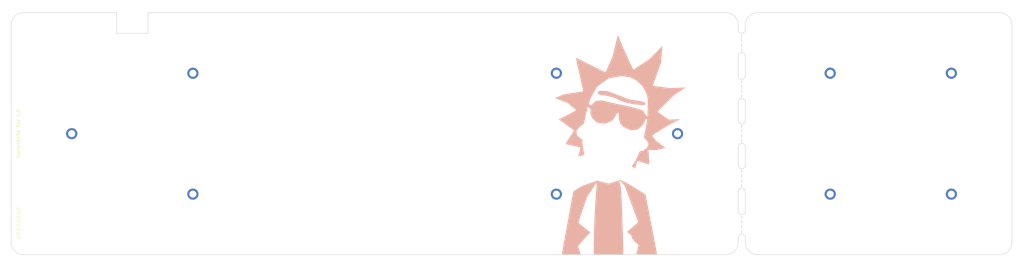
<source format=kicad_pcb>
(kicad_pcb (version 20171130) (host pcbnew "(5.1.2-1)-1")
  (layers (0 F.Cu signal) (31 B.Cu signal) (34 B.Paste user) (35 F.Paste user) (36 B.SilkS user) (37 F.SilkS user) (38 B.Mask user) (39 F.Mask user) (44 Edge.Cuts user))
  (net 0 "")
  (net 1 GND)
  (module Keeb_footprints:MX100_outline (layer F.Cu) (at 350.74 101.46)
    (fp_text reference U64)
    (fp_text value HOLE)
  )
  (module Keeb_footprints:MX100_outline (layer F.Cu) (at 331.74 101.46)
    (fp_text reference U63)
    (fp_text value HOLE)
  )
  (module Keeb_footprints:MX100_outline (layer F.Cu) (at 312.74 101.46)
    (fp_text reference U62)
    (fp_text value HOLE)
  )
  (module Keeb_footprints:MX100_outline (layer F.Cu) (at 293.74 101.46)
    (fp_text reference U61)
    (fp_text value HOLE)
  )
  (module Keeb_footprints:MX100_outline (layer F.Cu) (at 350.74 82.46)
    (fp_text reference U60)
    (fp_text value HOLE)
  )
  (module Keeb_footprints:MX100_outline (layer F.Cu) (at 331.74 82.46)
    (fp_text reference U59)
    (fp_text value HOLE)
  )
  (module Keeb_footprints:MX100_outline (layer F.Cu) (at 312.74 82.46)
    (fp_text reference U58)
    (fp_text value HOLE)
  )
  (module Keeb_footprints:MX100_outline (layer F.Cu) (at 293.74 82.46)
    (fp_text reference U57)
    (fp_text value HOLE)
  )
  (module Keeb_footprints:MX100_outline (layer F.Cu) (at 350.74 63.46)
    (fp_text reference U56)
    (fp_text value HOLE)
  )
  (module Keeb_footprints:MX100_outline (layer F.Cu) (at 331.74 63.46)
    (fp_text reference U55)
    (fp_text value HOLE)
  )
  (module Keeb_footprints:MX100_outline (layer F.Cu) (at 312.74 63.46)
    (fp_text reference U54)
    (fp_text value HOLE)
  )
  (module Keeb_footprints:MX100_outline (layer F.Cu) (at 293.74 63.46)
    (fp_text reference U53)
    (fp_text value HOLE)
  )
  (module Keeb_footprints:MX100_outline (layer F.Cu) (at 350.74 44.46)
    (fp_text reference U52)
    (fp_text value HOLE)
  )
  (module Keeb_footprints:MX100_outline (layer F.Cu) (at 331.74 44.46)
    (fp_text reference U51)
    (fp_text value HOLE)
  )
  (module Keeb_footprints:MX100_outline (layer F.Cu) (at 312.74 44.46)
    (fp_text reference U50)
    (fp_text value HOLE)
  )
  (module Keeb_footprints:MX100_outline (layer F.Cu) (at 293.74 44.46)
    (fp_text reference U49)
    (fp_text value HOLE)
  )
  (module Keeb_footprints:MX100_outline (layer F.Cu) (at 264.86 101.46)
    (fp_text reference U48)
    (fp_text value HOLE)
  )
  (module Keeb_footprints:MX100_outline (layer F.Cu) (at 245.86 101.46)
    (fp_text reference U47)
    (fp_text value HOLE)
  )
  (module Keeb_footprints:MX100_outline (layer F.Cu) (at 226.86 101.46)
    (fp_text reference U46)
    (fp_text value HOLE)
  )
  (module Keeb_footprints:MX100_outline (layer F.Cu) (at 207.86 101.46)
    (fp_text reference U45)
    (fp_text value HOLE)
  )
  (module Keeb_footprints:MX100_outline (layer F.Cu) (at 188.86 101.46)
    (fp_text reference U44)
    (fp_text value HOLE)
  )
  (module Keeb_footprints:MX100_outline (layer F.Cu) (at 169.86 101.46)
    (fp_text reference U43)
    (fp_text value HOLE)
  )
  (module Keeb_footprints:MX100_outline (layer F.Cu) (at 150.86 101.46)
    (fp_text reference U42)
    (fp_text value HOLE)
  )
  (module Keeb_footprints:MX100_outline (layer F.Cu) (at 131.86 101.46)
    (fp_text reference U41)
    (fp_text value HOLE)
  )
  (module Keeb_footprints:MX100_outline (layer F.Cu) (at 112.86 101.46)
    (fp_text reference U40)
    (fp_text value HOLE)
  )
  (module Keeb_footprints:MX100_outline (layer F.Cu) (at 93.86 101.46)
    (fp_text reference U39)
    (fp_text value HOLE)
  )
  (module Keeb_footprints:MX100_outline (layer F.Cu) (at 74.86 101.46)
    (fp_text reference U38)
    (fp_text value HOLE)
  )
  (module Keeb_footprints:MX100_outline (layer F.Cu) (at 55.86 101.46)
    (fp_text reference U37)
    (fp_text value HOLE)
  )
  (module Keeb_footprints:MX100_outline (layer F.Cu) (at 264.86 82.46)
    (fp_text reference U36)
    (fp_text value HOLE)
  )
  (module Keeb_footprints:MX100_outline (layer F.Cu) (at 245.86 82.46)
    (fp_text reference U35)
    (fp_text value HOLE)
  )
  (module Keeb_footprints:MX100_outline (layer F.Cu) (at 226.86 82.46)
    (fp_text reference U34)
    (fp_text value HOLE)
  )
  (module Keeb_footprints:MX100_outline (layer F.Cu) (at 207.86 82.46)
    (fp_text reference U33)
    (fp_text value HOLE)
  )
  (module Keeb_footprints:MX100_outline (layer F.Cu) (at 188.86 82.46)
    (fp_text reference U32)
    (fp_text value HOLE)
  )
  (module Keeb_footprints:MX100_outline (layer F.Cu) (at 169.86 82.46)
    (fp_text reference U31)
    (fp_text value HOLE)
  )
  (module Keeb_footprints:MX100_outline (layer F.Cu) (at 150.86 82.46)
    (fp_text reference U30)
    (fp_text value HOLE)
  )
  (module Keeb_footprints:MX100_outline (layer F.Cu) (at 131.86 82.46)
    (fp_text reference U29)
    (fp_text value HOLE)
  )
  (module Keeb_footprints:MX100_outline (layer F.Cu) (at 112.86 82.46)
    (fp_text reference U28)
    (fp_text value HOLE)
  )
  (module Keeb_footprints:MX100_outline (layer F.Cu) (at 93.86 82.46)
    (fp_text reference U27)
    (fp_text value HOLE)
  )
  (module Keeb_footprints:MX100_outline (layer F.Cu) (at 74.86 82.46)
    (fp_text reference U26)
    (fp_text value HOLE)
  )
  (module Keeb_footprints:MX100_outline (layer F.Cu) (at 55.86 82.46)
    (fp_text reference U25)
    (fp_text value HOLE)
  )
  (module Keeb_footprints:MX100_outline (layer F.Cu) (at 264.86 63.46)
    (fp_text reference U24)
    (fp_text value HOLE)
  )
  (module Keeb_footprints:MX100_outline (layer F.Cu) (at 245.86 63.46)
    (fp_text reference U23)
    (fp_text value HOLE)
  )
  (module Keeb_footprints:MX100_outline (layer F.Cu) (at 226.86 63.46)
    (fp_text reference U22)
    (fp_text value HOLE)
  )
  (module Keeb_footprints:MX100_outline (layer F.Cu) (at 207.86 63.46)
    (fp_text reference U21)
    (fp_text value HOLE)
  )
  (module Keeb_footprints:MX100_outline (layer F.Cu) (at 188.86 63.46)
    (fp_text reference U20)
    (fp_text value HOLE)
  )
  (module Keeb_footprints:MX100_outline (layer F.Cu) (at 169.86 63.46)
    (fp_text reference U19)
    (fp_text value HOLE)
  )
  (module Keeb_footprints:MX100_outline (layer F.Cu) (at 150.86 63.46)
    (fp_text reference U18)
    (fp_text value HOLE)
  )
  (module Keeb_footprints:MX100_outline (layer F.Cu) (at 131.86 63.46)
    (fp_text reference U17)
    (fp_text value HOLE)
  )
  (module Keeb_footprints:MX100_outline (layer F.Cu) (at 112.86 63.46)
    (fp_text reference U16)
    (fp_text value HOLE)
  )
  (module Keeb_footprints:MX100_outline (layer F.Cu) (at 93.86 63.46)
    (fp_text reference U15)
    (fp_text value HOLE)
  )
  (module Keeb_footprints:MX100_outline (layer F.Cu) (at 74.86 63.46)
    (fp_text reference U14)
    (fp_text value HOLE)
  )
  (module Keeb_footprints:MX100_outline (layer F.Cu) (at 55.86 63.46)
    (fp_text reference U13)
    (fp_text value HOLE)
  )
  (module Keeb_footprints:MX100_outline (layer F.Cu) (at 264.86 44.46)
    (fp_text reference U12)
    (fp_text value HOLE)
  )
  (module Keeb_footprints:MX100_outline (layer F.Cu) (at 245.86 44.46)
    (fp_text reference U11)
    (fp_text value HOLE)
  )
  (module Keeb_footprints:MX100_outline (layer F.Cu) (at 226.86 44.46)
    (fp_text reference U10)
    (fp_text value HOLE)
  )
  (module Keeb_footprints:MX100_outline (layer F.Cu) (at 207.86 44.46)
    (fp_text reference U9)
    (fp_text value HOLE)
  )
  (module Keeb_footprints:MX100_outline (layer F.Cu) (at 188.86 44.46)
    (fp_text reference U8)
    (fp_text value HOLE)
  )
  (module Keeb_footprints:MX100_outline (layer F.Cu) (at 169.86 44.46)
    (fp_text reference U7)
    (fp_text value HOLE)
  )
  (module Keeb_footprints:MX100_outline (layer F.Cu) (at 150.86 44.46)
    (fp_text reference U6)
    (fp_text value HOLE)
  )
  (module Keeb_footprints:MX100_outline (layer F.Cu) (at 131.86 44.46)
    (fp_text reference U5)
    (fp_text value HOLE)
  )
  (module Keeb_footprints:MX100_outline (layer F.Cu) (at 112.86 44.46)
    (fp_text reference U4)
    (fp_text value HOLE)
  )
  (module Keeb_footprints:MX100_outline (layer F.Cu) (at 93.86 44.46)
    (fp_text reference U3)
    (fp_text value HOLE)
  )
  (module Keeb_footprints:MX100_outline (layer F.Cu) (at 74.86 44.46)
    (fp_text reference U2)
    (fp_text value HOLE)
  )
  (module Keeb_footprints:MX100_outline (layer F.Cu) (at 55.86 44.46)
    (fp_text reference U1)
    (fp_text value HOLE)
  )
  (module random-keyboard-parts:Generic-Mounthole (layer F.Cu) (at 341.24 53.96)
    (fp_text reference H10)
    (fp_text value MountingHole)
    (pad 1 thru_hole circle (at 0 0) (size 3.5 3.5) (drill 2.2) (layers *.Cu *.Mask))
  )
  (module random-keyboard-parts:Generic-Mounthole (layer F.Cu) (at 341.24 91.96)
    (fp_text reference H9)
    (fp_text value MountingHole)
    (pad 1 thru_hole circle (at 0 0) (size 3.5 3.5) (drill 2.2) (layers *.Cu *.Mask))
  )
  (module random-keyboard-parts:Generic-Mounthole (layer F.Cu) (at 303.24 91.96)
    (fp_text reference H8)
    (fp_text value MountingHole)
    (pad 1 thru_hole circle (at 0 0) (size 3.5 3.5) (drill 2.2) (layers *.Cu *.Mask))
  )
  (module random-keyboard-parts:Generic-Mounthole (layer F.Cu) (at 303.24 53.96)
    (fp_text reference H7)
    (fp_text value MountingHole)
    (pad 1 thru_hole circle (at 0 0) (size 3.5 3.5) (drill 2.2) (layers *.Cu *.Mask))
  )
  (module acheron_Hardware:MouseBite_IPC7351 (layer F.Cu) (at 274.36 44.46 90)
    (fp_text reference U70)
    (fp_text value HOLE)
    (pad "" np_thru_hole circle (at -2.5 0 90) (size 0.8 0.8) (drill 0.8) (layers *.Cu *.Mask))
    (pad "" np_thru_hole circle (at -1.25 0 90) (size 0.8 0.8) (drill 0.8) (layers *.Cu *.Mask))
    (pad "" np_thru_hole circle (at 2.5 0 90) (size 0.8 0.8) (drill 0.8) (layers *.Cu *.Mask))
    (pad "" np_thru_hole circle (at 1.25 0 90) (size 0.8 0.8) (drill 0.8) (layers *.Cu *.Mask))
    (pad "" np_thru_hole circle (at 0 0 90) (size 0.8 0.8) (drill 0.8) (layers *.Cu *.Mask))
  )
  (module acheron_Hardware:MouseBite_IPC7351 (layer F.Cu) (at 274.36 58.9 90)
    (fp_text reference U69)
    (fp_text value HOLE)
    (pad "" np_thru_hole circle (at -2.5 0 90) (size 0.8 0.8) (drill 0.8) (layers *.Cu *.Mask))
    (pad "" np_thru_hole circle (at -1.25 0 90) (size 0.8 0.8) (drill 0.8) (layers *.Cu *.Mask))
    (pad "" np_thru_hole circle (at 2.5 0 90) (size 0.8 0.8) (drill 0.8) (layers *.Cu *.Mask))
    (pad "" np_thru_hole circle (at 1.25 0 90) (size 0.8 0.8) (drill 0.8) (layers *.Cu *.Mask))
    (pad "" np_thru_hole circle (at 0 0 90) (size 0.8 0.8) (drill 0.8) (layers *.Cu *.Mask))
  )
  (module acheron_Hardware:MouseBite_IPC7351 (layer F.Cu) (at 274.36 72.96 90)
    (fp_text reference U68)
    (fp_text value HOLE)
    (pad "" np_thru_hole circle (at -2.5 0 90) (size 0.8 0.8) (drill 0.8) (layers *.Cu *.Mask))
    (pad "" np_thru_hole circle (at -1.25 0 90) (size 0.8 0.8) (drill 0.8) (layers *.Cu *.Mask))
    (pad "" np_thru_hole circle (at 2.5 0 90) (size 0.8 0.8) (drill 0.8) (layers *.Cu *.Mask))
    (pad "" np_thru_hole circle (at 1.25 0 90) (size 0.8 0.8) (drill 0.8) (layers *.Cu *.Mask))
    (pad "" np_thru_hole circle (at 0 0 90) (size 0.8 0.8) (drill 0.8) (layers *.Cu *.Mask))
  )
  (module acheron_Hardware:MouseBite_IPC7351 (layer F.Cu) (at 274.36 87.02 90)
    (fp_text reference U67)
    (fp_text value HOLE)
    (pad "" np_thru_hole circle (at -2.5 0 90) (size 0.8 0.8) (drill 0.8) (layers *.Cu *.Mask))
    (pad "" np_thru_hole circle (at -1.25 0 90) (size 0.8 0.8) (drill 0.8) (layers *.Cu *.Mask))
    (pad "" np_thru_hole circle (at 2.5 0 90) (size 0.8 0.8) (drill 0.8) (layers *.Cu *.Mask))
    (pad "" np_thru_hole circle (at 1.25 0 90) (size 0.8 0.8) (drill 0.8) (layers *.Cu *.Mask))
    (pad "" np_thru_hole circle (at 0 0 90) (size 0.8 0.8) (drill 0.8) (layers *.Cu *.Mask))
  )
  (module acheron_Hardware:MouseBite_IPC7351 (layer F.Cu) (at 274.36 101.46 90)
    (fp_text reference U66)
    (fp_text value HOLE)
    (pad "" np_thru_hole circle (at -2.5 0 90) (size 0.8 0.8) (drill 0.8) (layers *.Cu *.Mask))
    (pad "" np_thru_hole circle (at -1.25 0 90) (size 0.8 0.8) (drill 0.8) (layers *.Cu *.Mask))
    (pad "" np_thru_hole circle (at 2.5 0 90) (size 0.8 0.8) (drill 0.8) (layers *.Cu *.Mask))
    (pad "" np_thru_hole circle (at 1.25 0 90) (size 0.8 0.8) (drill 0.8) (layers *.Cu *.Mask))
    (pad "" np_thru_hole circle (at 0 0 90) (size 0.8 0.8) (drill 0.8) (layers *.Cu *.Mask))
  )
  (module Artwork:rick_large (layer B.Cu) (at 237.60625 76.596875 180)
    (fp_text reference U65 hide)
    (fp_text value HOLE hide)
    (fp_poly (pts (xy 7.015348 16.828876) (xy 7.293472 16.555918) (xy 7.179463 16.265675) (xy 7.129511 16.145662) (xy 7.07489 16.054858) (xy 6.997239 15.986717) (xy 6.878202 15.934695) (xy 6.699419 15.892244) (xy 6.442533 15.852821) (xy 6.089185 15.809878) (xy 5.813351 15.778586) (xy 5.115897 15.680371) (xy 4.388311 15.542399) (xy 3.655785 15.371742) (xy 2.943513 15.175471) (xy 2.276688 14.960658) (xy 1.680501 14.734375) (xy 1.180146 14.503692) (xy 1.0795 14.449778) (xy 0.402342 14.116625) (xy -0.39138 13.800847) (xy -1.292025 13.50565) (xy -2.289948 13.234239) (xy -3.20675 13.024787) (xy -3.5783 12.952725) (xy -3.968008 12.89035) (xy -4.394824 12.835683) (xy -4.877699 12.786744) (xy -5.435581 12.741555) (xy -6.087421 12.698138) (xy -6.643891 12.665849) (xy -7.350532 12.626799) (xy -7.576549 12.825244) (xy -7.802566 13.02369) (xy -7.670251 13.247946) (xy -7.608846 13.346706) (xy -7.544687 13.422574) (xy -7.457186 13.485047) (xy -7.325758 13.543623) (xy -7.129814 13.607798) (xy -6.848768 13.687069) (xy -6.536107 13.771137) (xy -6.058887 13.881287) (xy -5.498397 13.977611) (xy -4.836374 14.063075) (xy -4.550905 14.093677) (xy -4.070542 14.145372) (xy -3.684674 14.194513) (xy -3.361081 14.247023) (xy -3.06754 14.308823) (xy -2.77183 14.385833) (xy -2.463338 14.477309) (xy -2.089201 14.599415) (xy -1.694645 14.739606) (xy -1.32836 14.879975) (xy -1.055683 14.995019) (xy -0.864897 15.076463) (xy -0.571936 15.194925) (xy -0.193899 15.343793) (xy 0.252119 15.516454) (xy 0.74902 15.706296) (xy 1.279707 15.906708) (xy 1.827084 16.111078) (xy 1.901192 16.13856) (xy 4.278634 17.019493) (xy 5.507929 17.060663) (xy 6.737225 17.101833) (xy 7.015348 16.828876)) (layer B.SilkS) (width 0.01))
    (fp_poly (pts (xy 1.043847 34.277804) (xy 1.0795 34.255908) (xy 1.094033 34.189366) (xy 1.135755 34.011175) (xy 1.201843 33.733091) (xy 1.289476 33.366867) (xy 1.395834 32.924258) (xy 1.518096 32.41702) (xy 1.653441 31.856908) (xy 1.799048 31.255675) (xy 1.840353 31.085353) (xy 2.601207 27.948892) (xy 3.697728 25.436492) (xy 3.964582 24.829531) (xy 4.20467 24.292426) (xy 4.414362 23.832892) (xy 4.590029 23.458647) (xy 4.728041 23.177407) (xy 4.824767 22.996886) (xy 4.876578 22.924801) (xy 4.879835 22.923797) (xy 4.948542 22.951763) (xy 5.121889 23.032908) (xy 5.391253 23.162954) (xy 5.748013 23.337627) (xy 6.183546 23.552651) (xy 6.68923 23.803751) (xy 7.256444 24.086652) (xy 7.876565 24.397079) (xy 8.540971 24.730756) (xy 9.24104 25.083407) (xy 9.565687 25.247293) (xy 10.404904 25.670873) (xy 11.137824 26.039939) (xy 11.771256 26.357736) (xy 12.31201 26.627506) (xy 12.766895 26.852494) (xy 13.142721 27.035945) (xy 13.446296 27.181101) (xy 13.68443 27.291208) (xy 13.863932 27.369508) (xy 13.991611 27.419247) (xy 14.074277 27.443668) (xy 14.11874 27.446015) (xy 14.131807 27.429532) (xy 14.130811 27.422168) (xy 14.084473 27.22151) (xy 14.016591 26.921487) (xy 13.929576 26.5331) (xy 13.825838 26.067352) (xy 13.707789 25.535245) (xy 13.57784 24.947781) (xy 13.438403 24.315962) (xy 13.291889 23.65079) (xy 13.140709 22.963268) (xy 12.987275 22.264397) (xy 12.833997 21.565179) (xy 12.683286 20.876617) (xy 12.537555 20.209712) (xy 12.399215 19.575467) (xy 12.270675 18.984884) (xy 12.154349 18.448965) (xy 12.052647 17.978712) (xy 11.96798 17.585127) (xy 11.90276 17.279213) (xy 11.859398 17.071971) (xy 11.840305 16.974403) (xy 11.839676 16.968158) (xy 11.904334 16.954459) (xy 12.082374 16.922627) (xy 12.361782 16.874669) (xy 12.730547 16.812592) (xy 13.176657 16.738402) (xy 13.6881 16.654105) (xy 14.252863 16.561709) (xy 14.858935 16.46322) (xy 14.972681 16.444806) (xy 18.08603 15.941111) (xy 19.361765 15.385532) (xy 19.73342 15.22223) (xy 20.062424 15.0749) (xy 20.332077 14.951249) (xy 20.525682 14.858983) (xy 20.626538 14.805811) (xy 20.637233 14.796851) (xy 20.580025 14.767276) (xy 20.417745 14.698516) (xy 20.164209 14.596044) (xy 19.833236 14.465334) (xy 19.438643 14.311857) (xy 18.994247 14.141086) (xy 18.664157 14.015408) (xy 16.691348 13.267065) (xy 15.394174 12.152486) (xy 15.051392 11.856408) (xy 14.742588 11.586711) (xy 14.480255 11.354547) (xy 14.276886 11.171068) (xy 14.144976 11.047427) (xy 14.097017 10.994775) (xy 14.097 10.994537) (xy 14.151089 10.954749) (xy 14.304039 10.864105) (xy 14.541873 10.730026) (xy 14.850614 10.559936) (xy 15.216284 10.361259) (xy 15.624907 10.141417) (xy 16.062507 9.907835) (xy 16.515105 9.667934) (xy 16.968725 9.42914) (xy 17.409389 9.198874) (xy 17.823122 8.98456) (xy 18.195946 8.793622) (xy 18.513883 8.633483) (xy 18.762958 8.511566) (xy 18.843625 8.473566) (xy 19.102753 8.349682) (xy 19.312942 8.241658) (xy 19.451024 8.161913) (xy 19.4945 8.124726) (xy 19.444414 8.079262) (xy 19.300974 7.967816) (xy 19.074406 7.797893) (xy 18.774934 7.576996) (xy 18.412785 7.312632) (xy 17.998183 7.012303) (xy 17.541354 6.683515) (xy 17.11325 6.37711) (xy 16.627564 6.028925) (xy 16.175176 5.701811) (xy 15.766323 5.403373) (xy 15.411242 5.141216) (xy 15.120169 4.922942) (xy 14.90334 4.756156) (xy 14.770994 4.648461) (xy 14.73254 4.608679) (xy 14.766464 4.542089) (xy 14.862956 4.381471) (xy 15.014467 4.138684) (xy 15.213448 3.825591) (xy 15.452348 3.45405) (xy 15.72362 3.035924) (xy 16.019712 2.583072) (xy 16.089709 2.4765) (xy 16.389238 2.019537) (xy 16.664847 1.596538) (xy 16.909148 1.219031) (xy 17.114756 0.898546) (xy 17.274283 0.64661) (xy 17.380343 0.474752) (xy 17.42555 0.394499) (xy 17.426509 0.390132) (xy 17.36222 0.371669) (xy 17.187559 0.328801) (xy 16.916129 0.26468) (xy 16.561533 0.182456) (xy 16.137374 0.08528) (xy 15.657254 -0.023698) (xy 15.134776 -0.141327) (xy 15.047322 -0.160927) (xy 14.51916 -0.279662) (xy 14.031053 -0.390238) (xy 13.596622 -0.489504) (xy 13.229488 -0.574313) (xy 12.943273 -0.641512) (xy 12.751598 -0.687953) (xy 12.668085 -0.710486) (xy 12.665666 -0.711666) (xy 12.675013 -0.776648) (xy 12.713448 -0.946579) (xy 12.776604 -1.203895) (xy 12.860116 -1.53103) (xy 12.959619 -1.910419) (xy 13.0175 -2.12725) (xy 13.12408 -2.526615) (xy 13.217756 -2.882344) (xy 13.294045 -3.177027) (xy 13.348467 -3.393256) (xy 13.376542 -3.513621) (xy 13.379191 -3.532612) (xy 13.316115 -3.52381) (xy 13.155508 -3.490317) (xy 12.923043 -3.438248) (xy 12.644397 -3.373721) (xy 12.345244 -3.302853) (xy 12.051258 -3.231761) (xy 11.788115 -3.166562) (xy 11.581489 -3.113373) (xy 11.457054 -3.078311) (xy 11.432868 -3.068898) (xy 11.433661 -2.998799) (xy 11.473604 -2.861035) (xy 11.481705 -2.839201) (xy 11.514058 -2.719856) (xy 11.562717 -2.495513) (xy 11.623738 -2.186548) (xy 11.693176 -1.813339) (xy 11.767087 -1.396261) (xy 11.812212 -1.131816) (xy 11.907124 -0.546808) (xy 11.977248 -0.063396) (xy 12.025153 0.340843) (xy 12.053406 0.688332) (xy 12.064575 1.001494) (xy 12.065 1.075627) (xy 12.065 1.779638) (xy 12.92225 2.415304) (xy 13.205406 2.626354) (xy 13.449123 2.810074) (xy 13.636681 2.953695) (xy 13.751364 3.044445) (xy 13.7795 3.070182) (xy 13.787777 3.136952) (xy 13.810191 3.302904) (xy 13.843115 3.54147) (xy 13.874962 3.76945) (xy 13.970425 4.449506) (xy 13.39345 5.178207) (xy 13.148671 5.481797) (xy 12.952481 5.707406) (xy 12.77877 5.879761) (xy 12.601427 6.02359) (xy 12.394342 6.163621) (xy 12.2739 6.238466) (xy 12.036764 6.392494) (xy 11.84008 6.537214) (xy 11.71066 6.651998) (xy 11.676356 6.698137) (xy 11.646581 6.795509) (xy 11.593703 6.997106) (xy 11.522568 7.283264) (xy 11.438022 7.634323) (xy 11.344913 8.03062) (xy 11.300414 8.22325) (xy 11.157711 8.839369) (xy 11.017343 9.436048) (xy 10.882451 10.00064) (xy 10.756175 10.520496) (xy 10.641656 10.982967) (xy 10.542034 11.375404) (xy 10.46045 11.68516) (xy 10.400046 11.899586) (xy 10.363961 12.006033) (xy 10.359072 12.01433) (xy 10.297158 11.995208) (xy 10.166571 11.905976) (xy 9.991056 11.763631) (xy 9.912524 11.694673) (xy 9.506557 11.330437) (xy 9.564592 10.647347) (xy 9.622626 9.964256) (xy 9.245405 9.139933) (xy 8.868184 8.315609) (xy 7.52475 7.068099) (xy 6.235506 6.91245) (xy 4.946263 6.756801) (xy 3.871563 7.204276) (xy 2.796864 7.65175) (xy 2.262021 8.347042) (xy 1.930262 8.804865) (xy 1.684225 9.207401) (xy 1.519413 9.553542) (xy 1.424145 9.785876) (xy 1.347597 9.968682) (xy 1.301717 10.07359) (xy 1.294577 10.087456) (xy 1.229128 10.085779) (xy 1.079195 10.057183) (xy 0.95037 10.026318) (xy 0.623234 9.942476) (xy 0.671018 9.305113) (xy 0.693029 9.015314) (xy 0.705865 8.800566) (xy 0.705726 8.629226) (xy 0.688807 8.46965) (xy 0.651308 8.290195) (xy 0.589426 8.059219) (xy 0.499359 7.745078) (xy 0.472216 7.650616) (xy 0.235819 6.82625) (xy -0.260109 6.283627) (xy -0.756036 5.741004) (xy -1.886143 5.230568) (xy -3.01625 4.720131) (xy -4.03225 4.791852) (xy -5.04825 4.863572) (xy -5.715 5.322535) (xy -6.022632 5.540826) (xy -6.257738 5.72882) (xy -6.456679 5.921402) (xy -6.655818 6.153452) (xy -6.868318 6.428937) (xy -7.100643 6.748854) (xy -7.270602 7.014456) (xy -7.400501 7.266087) (xy -7.512646 7.544087) (xy -7.560889 7.681563) (xy -7.649176 7.938078) (xy -7.722395 8.145496) (xy -7.771015 8.277114) (xy -7.785073 8.309586) (xy -7.847792 8.299378) (xy -7.984956 8.247049) (xy -8.058472 8.214336) (xy -8.232001 8.110416) (xy -8.290804 8.015203) (xy -8.288851 8.001) (xy -8.253995 7.85174) (xy -8.199591 7.599648) (xy -8.130045 7.266615) (xy -8.049761 6.87453) (xy -7.963146 6.445283) (xy -7.874604 6.000764) (xy -7.788542 5.562861) (xy -7.709365 5.153465) (xy -7.641478 4.794465) (xy -7.618991 4.672714) (xy -7.542682 4.260981) (xy -7.46282 3.838678) (xy -7.386828 3.444504) (xy -7.322129 3.11716) (xy -7.296194 2.989964) (xy -7.170048 2.38125) (xy -7.704762 1.87325) (xy -7.950267 1.633709) (xy -8.123439 1.443646) (xy -8.248522 1.270067) (xy -8.349763 1.079982) (xy -8.4365 0.877525) (xy -8.633523 0.3898) (xy -8.421064 -0.201975) (xy -8.208604 -0.79375) (xy -7.540952 -1.281431) (xy -7.262594 -1.482573) (xy -7.056355 -1.621695) (xy -6.892701 -1.712911) (xy -6.742099 -1.770332) (xy -6.575014 -1.80807) (xy -6.375391 -1.838366) (xy -6.136266 -1.876465) (xy -5.948778 -1.915377) (xy -5.846218 -1.947943) (xy -5.838011 -1.953934) (xy -5.801474 -2.029213) (xy -5.732636 -2.197848) (xy -5.6419 -2.433588) (xy -5.555375 -2.667) (xy -5.341305 -3.207685) (xy -5.083407 -3.784335) (xy -4.796979 -4.367531) (xy -4.497321 -4.927853) (xy -4.199731 -5.435884) (xy -3.919511 -5.862204) (xy -3.830237 -5.984203) (xy -3.650913 -6.224304) (xy -3.506009 -6.424681) (xy -3.409411 -6.565655) (xy -3.375007 -6.627548) (xy -3.375494 -6.628611) (xy -3.435222 -6.666684) (xy -3.578191 -6.75673) (xy -3.779969 -6.88338) (xy -3.919956 -6.971082) (xy -4.442661 -7.298345) (xy -4.548283 -6.935297) (xy -4.606811 -6.732804) (xy -4.689346 -6.445518) (xy -4.785172 -6.110809) (xy -4.883575 -5.766045) (xy -4.889073 -5.74675) (xy -5.001585 -5.374573) (xy -5.097339 -5.10486) (xy -5.173246 -4.945581) (xy -5.21575 -4.903293) (xy -5.297188 -4.918443) (xy -5.482879 -4.970036) (xy -5.757009 -5.053132) (xy -6.103762 -5.162795) (xy -6.507323 -5.294086) (xy -6.951876 -5.442068) (xy -7.082117 -5.486015) (xy -7.53118 -5.63718) (xy -7.939732 -5.773144) (xy -8.29276 -5.889036) (xy -8.575253 -5.979985) (xy -8.772199 -6.041121) (xy -8.868585 -6.067571) (xy -8.875686 -6.067981) (xy -8.876949 -6.002742) (xy -8.871714 -5.828561) (xy -8.86091 -5.563278) (xy -8.845463 -5.224733) (xy -8.826302 -4.830767) (xy -8.804353 -4.39922) (xy -8.780545 -3.947932) (xy -8.755806 -3.494745) (xy -8.731062 -3.057497) (xy -8.707241 -2.65403) (xy -8.685272 -2.302184) (xy -8.666081 -2.019799) (xy -8.663066 -1.978698) (xy -8.623654 -1.449146) (xy -11.01725 -1.536832) (xy -12.446 -1.205074) (xy -12.855495 -1.108529) (xy -13.223657 -1.018947) (xy -13.532384 -0.940962) (xy -13.763571 -0.879204) (xy -13.899113 -0.838308) (xy -13.926466 -0.826267) (xy -13.893377 -0.776701) (xy -13.771104 -0.665579) (xy -13.57416 -0.504668) (xy -13.317056 -0.305737) (xy -13.014303 -0.080554) (xy -12.942216 -0.028082) (xy -12.443207 0.33397) (xy -12.034425 0.63237) (xy -11.703356 0.878123) (xy -11.437489 1.082233) (xy -11.22431 1.255704) (xy -11.051306 1.409541) (xy -10.905964 1.554749) (xy -10.775771 1.702331) (xy -10.648215 1.863292) (xy -10.510782 2.048637) (xy -10.387906 2.21828) (xy -10.19478 2.491056) (xy -10.033704 2.729327) (xy -9.917241 2.91364) (xy -9.857955 3.024544) (xy -9.853419 3.045788) (xy -9.909641 3.090996) (xy -10.062467 3.197144) (xy -10.301206 3.357221) (xy -10.615168 3.564215) (xy -10.993664 3.811115) (xy -11.426004 4.09091) (xy -11.901499 4.396589) (xy -12.35075 4.68373) (xy -13.011675 5.103308) (xy -13.586506 5.463835) (xy -14.094809 5.776727) (xy -14.556147 6.053398) (xy -14.990087 6.305265) (xy -15.416192 6.543742) (xy -15.854026 6.780244) (xy -16.323155 7.026188) (xy -16.680433 7.209973) (xy -17.124505 7.437973) (xy -17.529136 7.647524) (xy -17.881274 7.831725) (xy -18.167868 7.983675) (xy -18.375867 8.096474) (xy -18.492221 8.163221) (xy -18.512497 8.178671) (xy -18.44605 8.181785) (xy -18.269307 8.179891) (xy -17.998851 8.173449) (xy -17.651268 8.162916) (xy -17.243143 8.148749) (xy -16.791061 8.131405) (xy -16.77235 8.130654) (xy -15.053322 8.061518) (xy -13.273411 9.280955) (xy -12.85295 9.57017) (xy -12.4679 9.837243) (xy -12.130337 10.073629) (xy -11.852334 10.270777) (xy -11.645966 10.420142) (xy -11.523308 10.513174) (xy -11.4935 10.540992) (xy -11.537321 10.591947) (xy -11.663425 10.724084) (xy -11.863776 10.929301) (xy -12.130337 11.1995) (xy -12.455072 11.52658) (xy -12.829943 11.90244) (xy -13.246915 12.31898) (xy -13.69795 12.7681) (xy -14.049436 13.117172) (xy -15.389184 14.44625) (xy -8.462472 14.44625) (xy -8.409172 12.41425) (xy -8.396019 11.882054) (xy -8.384569 11.358604) (xy -8.375199 10.866051) (xy -8.368282 10.42655) (xy -8.364194 10.062251) (xy -8.363308 9.795308) (xy -8.363795 9.731375) (xy -8.36478 9.461235) (xy -8.361184 9.245856) (xy -8.353717 9.111784) (xy -8.346342 9.0805) (xy -8.283862 9.112027) (xy -8.146238 9.194194) (xy -7.985336 9.295201) (xy -7.838048 9.394776) (xy -7.726518 9.491851) (xy -7.632006 9.612905) (xy -7.535771 9.784415) (xy -7.419076 10.032861) (xy -7.344058 10.201315) (xy -7.038411 10.892728) (xy -6.170331 11.19068) (xy -5.567917 11.384278) (xy -4.847824 11.592444) (xy -4.018279 11.81313) (xy -3.08751 12.044288) (xy -2.063747 12.283869) (xy -0.955216 12.529824) (xy 0.132727 12.760034) (xy 0.765059 12.892789) (xy 1.438443 13.037427) (xy 2.123748 13.187471) (xy 2.791843 13.336444) (xy 3.413596 13.47787) (xy 3.959876 13.605272) (xy 4.275042 13.680998) (xy 4.733561 13.790778) (xy 5.1626 13.889342) (xy 5.543493 13.972729) (xy 5.857575 14.036975) (xy 6.086182 14.078118) (xy 6.210648 14.092195) (xy 6.211792 14.092176) (xy 6.362593 14.080036) (xy 6.606247 14.050356) (xy 6.910504 14.007445) (xy 7.243109 13.955609) (xy 7.28153 13.949301) (xy 8.11781 13.81125) (xy 8.607033 13.255625) (xy 8.807951 13.036332) (xy 8.986384 12.857853) (xy 9.122086 12.739414) (xy 9.192181 12.7) (xy 9.327229 12.71174) (xy 9.518207 12.741795) (xy 9.727809 12.78242) (xy 9.918732 12.825869) (xy 10.053671 12.864397) (xy 10.0965 12.887765) (xy 10.077293 12.95792) (xy 10.024083 13.127895) (xy 9.943484 13.377182) (xy 9.84211 13.68527) (xy 9.753317 13.951872) (xy 9.642338 14.276378) (xy 9.538482 14.559355) (xy 9.431242 14.823) (xy 9.31011 15.08951) (xy 9.164577 15.381081) (xy 8.984135 15.71991) (xy 8.758277 16.128195) (xy 8.536861 16.521458) (xy 8.303518 16.932739) (xy 8.085121 17.315111) (xy 7.891014 17.652414) (xy 7.73054 17.92849) (xy 7.613043 18.127181) (xy 7.547868 18.232328) (xy 7.545767 18.235393) (xy 7.467691 18.311684) (xy 7.298971 18.451944) (xy 7.052351 18.646392) (xy 6.740576 18.885241) (xy 6.37639 19.158708) (xy 5.972538 19.457009) (xy 5.620793 19.713231) (xy 3.813639 21.021425) (xy -0.251457 21.784251) (xy -1.665604 21.53289) (xy -3.07975 21.28153) (xy -3.974204 20.81664) (xy -4.512647 20.515605) (xy -4.994366 20.196384) (xy -5.445687 19.837329) (xy -5.892935 19.416796) (xy -6.362438 18.913138) (xy -6.547609 18.70075) (xy -7.06036 18.039439) (xy -7.483584 17.346408) (xy -7.830576 16.595547) (xy -8.114631 15.760749) (xy -8.196863 15.46225) (xy -8.462472 14.44625) (xy -15.389184 14.44625) (xy -16.605371 15.65275) (xy -18.431735 16.884909) (xy -18.857538 17.173328) (xy -19.246742 17.439177) (xy -19.587558 17.674229) (xy -19.868194 17.870258) (xy -20.07686 18.019038) (xy -20.201767 18.112343) (xy -20.233299 18.141869) (xy -20.166483 18.14491) (xy -19.986675 18.142933) (xy -19.707767 18.136353) (xy -19.343652 18.125589) (xy -18.90822 18.111055) (xy -18.415364 18.09317) (xy -17.878976 18.072349) (xy -17.771874 18.068039) (xy -15.33525 17.969407) (xy -12.8905 18.286481) (xy -12.216724 18.373873) (xy -11.658097 18.446594) (xy -11.203836 18.506417) (xy -10.843161 18.555114) (xy -10.565289 18.594461) (xy -10.359438 18.626228) (xy -10.214827 18.652191) (xy -10.120674 18.674122) (xy -10.066196 18.693795) (xy -10.040613 18.712982) (xy -10.033141 18.733458) (xy -10.033 18.756456) (xy -10.053968 18.829505) (xy -10.11436 19.01127) (xy -10.210408 19.291034) (xy -10.338344 19.658084) (xy -10.494399 20.101705) (xy -10.674807 20.611182) (xy -10.875799 21.1758) (xy -11.093606 21.784844) (xy -11.304555 22.372282) (xy -12.576109 25.906407) (xy -12.798573 28.551269) (xy -12.845681 29.116432) (xy -12.888561 29.640789) (xy -12.926197 30.111171) (xy -12.957573 30.514405) (xy -12.981674 30.837321) (xy -12.997483 31.066747) (xy -13.003985 31.189511) (xy -13.003393 31.206806) (xy -12.956982 31.164956) (xy -12.831253 31.040934) (xy -12.635179 30.843856) (xy -12.377732 30.582838) (xy -12.067885 30.267) (xy -11.714611 29.905456) (xy -11.326882 29.507326) (xy -11.024011 29.1955) (xy -9.062272 27.17352) (xy -6.549393 25.483471) (xy -6.04238 25.143328) (xy -5.565558 24.825078) (xy -5.129649 24.53576) (xy -4.745374 24.282414) (xy -4.423455 24.072081) (xy -4.174614 23.911801) (xy -4.009574 23.808612) (xy -3.939133 23.769575) (xy -3.904803 23.793075) (xy -3.845378 23.878871) (xy -3.757836 24.03316) (xy -3.639154 24.262144) (xy -3.486311 24.572022) (xy -3.296286 24.968993) (xy -3.066056 25.459257) (xy -2.792601 26.049013) (xy -2.472898 26.744462) (xy -2.224534 27.287489) (xy -1.868752 28.066769) (xy -1.560715 28.742029) (xy -1.295401 29.324766) (xy -1.067789 29.826479) (xy -0.872856 30.258666) (xy -0.705582 30.632826) (xy -0.560943 30.960456) (xy -0.433918 31.253056) (xy -0.319485 31.522122) (xy -0.212623 31.779155) (xy -0.108309 32.035651) (xy -0.001522 32.30311) (xy 0.11276 32.593029) (xy 0.239559 32.916907) (xy 0.286052 33.035876) (xy 0.45047 33.45392) (xy 0.577525 33.767845) (xy 0.674733 33.992334) (xy 0.749609 34.142075) (xy 0.809667 34.231753) (xy 0.862422 34.276055) (xy 0.91539 34.289666) (xy 0.927797 34.29) (xy 1.043847 34.277804)) (layer B.SilkS) (width 0.01))
    (fp_poly (pts (xy 0.570775 -10.964189) (xy 0.582454 -10.986614) (xy 0.646378 -11.022391) (xy 0.815494 -11.090142) (xy 1.073713 -11.184164) (xy 1.404944 -11.298759) (xy 1.793096 -11.428224) (xy 2.204022 -11.561109) (xy 3.80405 -12.07099) (xy 5.5374 -11.616289) (xy 5.986765 -11.497022) (xy 6.395056 -11.386001) (xy 6.746385 -11.287759) (xy 7.02486 -11.20683) (xy 7.214592 -11.14775) (xy 7.29969 -11.115051) (xy 7.3025 -11.112625) (xy 7.367294 -11.12225) (xy 7.538975 -11.170209) (xy 7.80475 -11.252341) (xy 8.151826 -11.364488) (xy 8.567409 -11.50249) (xy 9.038707 -11.662187) (xy 9.552926 -11.83942) (xy 9.763799 -11.912904) (xy 12.193348 -12.762146) (xy 13.478549 -13.566816) (xy 13.843513 -13.796204) (xy 14.174915 -14.006171) (xy 14.456726 -14.186427) (xy 14.672922 -14.326684) (xy 14.807474 -14.416652) (xy 14.843198 -14.442959) (xy 14.884197 -14.5295) (xy 14.939828 -14.715363) (xy 15.003291 -14.974689) (xy 15.067783 -15.281623) (xy 15.078532 -15.337591) (xy 15.172925 -15.838615) (xy 15.286116 -16.443794) (xy 15.415868 -17.140919) (xy 15.559945 -17.917782) (xy 15.716111 -18.762175) (xy 15.88213 -19.661889) (xy 16.055766 -20.604716) (xy 16.234783 -21.578446) (xy 16.416944 -22.570872) (xy 16.600014 -23.569786) (xy 16.781755 -24.562977) (xy 16.959934 -25.538239) (xy 17.132312 -26.483362) (xy 17.296654 -27.386139) (xy 17.450723 -28.23436) (xy 17.592285 -29.015817) (xy 17.719101 -29.718302) (xy 17.828937 -30.329606) (xy 17.919557 -30.837521) (xy 17.974177 -31.14675) (xy 18.078036 -31.7374) (xy 18.17612 -32.293033) (xy 18.266067 -32.800418) (xy 18.345512 -33.246326) (xy 18.412094 -33.617528) (xy 18.46345 -33.900792) (xy 18.497216 -34.08289) (xy 18.510046 -34.147125) (xy 18.544419 -34.29) (xy 15.590459 -34.29) (xy 14.991605 -34.289068) (xy 14.433438 -34.286399) (xy 13.928422 -34.282182) (xy 13.489021 -34.276605) (xy 13.1277 -34.269859) (xy 12.856923 -34.262131) (xy 12.689155 -34.253612) (xy 12.6365 -34.245193) (xy 12.656412 -34.174067) (xy 12.711933 -34.001991) (xy 12.796734 -33.747889) (xy 12.90449 -33.430688) (xy 13.028873 -33.069313) (xy 13.049249 -33.010517) (xy 13.176116 -32.640337) (xy 13.287188 -32.307736) (xy 13.376064 -32.032588) (xy 13.436341 -31.834769) (xy 13.461618 -31.734154) (xy 13.461999 -31.729105) (xy 13.420425 -31.664581) (xy 13.301446 -31.516486) (xy 13.11368 -31.29468) (xy 12.865742 -31.009026) (xy 12.566249 -30.669382) (xy 12.223817 -30.28561) (xy 11.847064 -29.867571) (xy 11.541125 -29.530868) (xy 11.144071 -29.094755) (xy 10.77418 -28.687226) (xy 10.440098 -28.317896) (xy 10.150469 -27.996382) (xy 9.913939 -27.732298) (xy 9.739153 -27.53526) (xy 9.634757 -27.414885) (xy 9.60777 -27.38046) (xy 9.652917 -27.332467) (xy 9.786942 -27.214679) (xy 9.999051 -27.035999) (xy 10.278445 -26.805333) (xy 10.61433 -26.531587) (xy 10.995907 -26.223665) (xy 11.412382 -25.890472) (xy 11.465145 -25.848455) (xy 11.886185 -25.511032) (xy 12.274102 -25.195719) (xy 12.617969 -24.911737) (xy 12.90686 -24.668306) (xy 13.129847 -24.474644) (xy 13.276004 -24.339972) (xy 13.334402 -24.273509) (xy 13.335 -24.270767) (xy 13.314841 -24.196809) (xy 13.256645 -24.012974) (xy 13.163828 -23.729432) (xy 13.039806 -23.356349) (xy 12.887997 -22.903895) (xy 12.711818 -22.382236) (xy 12.514686 -21.801541) (xy 12.300017 -21.171978) (xy 12.07123 -20.503714) (xy 11.967924 -20.202811) (xy 10.600848 -16.22425) (xy 9.189799 -14.102458) (xy 8.815347 -13.54002) (xy 8.504631 -13.075033) (xy 8.251552 -12.698871) (xy 8.050012 -12.402908) (xy 7.893913 -12.178516) (xy 7.777157 -12.017072) (xy 7.693646 -11.909948) (xy 7.637281 -11.848518) (xy 7.601965 -11.824157) (xy 7.581861 -11.827971) (xy 7.581961 -11.894078) (xy 7.591658 -12.073614) (xy 7.610005 -12.35345) (xy 7.636056 -12.720453) (xy 7.668864 -13.161492) (xy 7.707482 -13.663437) (xy 7.750963 -14.213154) (xy 7.777787 -14.54562) (xy 7.821502 -15.109561) (xy 7.869838 -15.779099) (xy 7.92145 -16.532969) (xy 7.974994 -17.349909) (xy 8.029124 -18.208654) (xy 8.082496 -19.087941) (xy 8.133764 -19.966507) (xy 8.181585 -20.823088) (xy 8.217311 -21.49475) (xy 8.267235 -22.474267) (xy 8.309815 -23.351938) (xy 8.345806 -24.152165) (xy 8.37596 -24.899356) (xy 8.401031 -25.617913) (xy 8.421773 -26.332244) (xy 8.438938 -27.066752) (xy 8.45328 -27.845843) (xy 8.465552 -28.693922) (xy 8.476508 -29.635395) (xy 8.480452 -30.019625) (xy 8.523013 -34.29) (xy -0.762 -34.29) (xy -0.761826 -33.702625) (xy -0.759812 -33.518732) (xy -0.754113 -33.223522) (xy -0.745133 -32.832611) (xy -0.733277 -32.361615) (xy -0.718951 -31.82615) (xy -0.702558 -31.241833) (xy -0.684503 -30.62428) (xy -0.667609 -30.06725) (xy -0.646333 -29.369301) (xy -0.622505 -28.573013) (xy -0.596956 -27.707002) (xy -0.570514 -26.799883) (xy -0.54401 -25.880272) (xy -0.518275 -24.976785) (xy -0.494137 -24.118038) (xy -0.475136 -23.4315) (xy -0.450774 -22.619962) (xy -0.420268 -21.726755) (xy -0.384895 -20.782632) (xy -0.34593 -19.818344) (xy -0.304653 -18.864646) (xy -0.262338 -17.952289) (xy -0.220265 -17.112027) (xy -0.188254 -16.523239) (xy 0.000198 -13.202728) (xy 0.291738 -12.18467) (xy 0.386497 -11.844732) (xy 0.464112 -11.54867) (xy 0.519509 -11.31735) (xy 0.547613 -11.171637) (xy 0.547943 -11.131277) (xy 0.483878 -11.152437) (xy 0.345852 -11.251812) (xy 0.1485 -11.416625) (xy -0.09354 -11.634098) (xy -0.365632 -11.891456) (xy -0.653138 -12.175921) (xy -0.679976 -12.203135) (xy -1.137702 -12.66825) (xy -3.267601 -18.334171) (xy -3.572361 -19.145766) (xy -3.864083 -19.924354) (xy -4.13969 -20.661626) (xy -4.396105 -21.34927) (xy -4.630251 -21.978977) (xy -4.839049 -22.542436) (xy -5.019422 -23.031338) (xy -5.168293 -23.437372) (xy -5.282584 -23.752229) (xy -5.359218 -23.967597) (xy -5.395117 -24.075168) (xy -5.3975 -24.08556) (xy -5.35123 -24.145641) (xy -5.219566 -24.278825) (xy -5.013231 -24.475204) (xy -4.742947 -24.72487) (xy -4.419438 -25.017915) (xy -4.053426 -25.344432) (xy -3.667125 -25.684463) (xy -3.270556 -26.032543) (xy -2.905974 -26.354916) (xy -2.584063 -26.641953) (xy -2.315505 -26.884027) (xy -2.110981 -27.07151) (xy -1.981175 -27.194774) (xy -1.93675 -27.243998) (xy -1.983377 -27.298744) (xy -2.111211 -27.416764) (xy -2.302183 -27.582124) (xy -2.538225 -27.778894) (xy -2.608227 -27.836062) (xy -3.279704 -28.382025) (xy -3.480755 -29.034137) (xy -3.681806 -29.68625) (xy -4.603153 -30.505694) (xy -4.90434 -30.779179) (xy -5.160076 -31.022405) (xy -5.357339 -31.222211) (xy -5.483106 -31.365434) (xy -5.5245 -31.436901) (xy -5.508396 -31.521551) (xy -5.464049 -31.706345) (xy -5.397409 -31.969116) (xy -5.314428 -32.287699) (xy -5.221054 -32.639927) (xy -5.12324 -33.003634) (xy -5.026934 -33.356653) (xy -4.938087 -33.676819) (xy -4.86265 -33.941964) (xy -4.806572 -34.129922) (xy -4.781228 -34.205788) (xy -4.7928 -34.224964) (xy -4.849511 -34.241122) (xy -4.960445 -34.254496) (xy -5.13469 -34.265323) (xy -5.381331 -34.273839) (xy -5.709455 -34.280279) (xy -6.128147 -34.284879) (xy -6.646493 -34.287875) (xy -7.27358 -34.289504) (xy -8.018495 -34.289999) (xy -8.025957 -34.29) (xy -8.765816 -34.289595) (xy -9.388315 -34.288201) (xy -9.903091 -34.285552) (xy -10.319781 -34.281381) (xy -10.648022 -34.275418) (xy -10.897452 -34.267398) (xy -11.077707 -34.257053) (xy -11.198427 -34.244115) (xy -11.269246 -34.228317) (xy -11.299804 -34.209391) (xy -11.303 -34.199076) (xy -11.291178 -34.108661) (xy -11.256786 -33.903417) (xy -11.201435 -33.591684) (xy -11.126736 -33.181805) (xy -11.0343 -32.682121) (xy -10.925738 -32.100973) (xy -10.802661 -31.446702) (xy -10.66668 -30.727651) (xy -10.519406 -29.95216) (xy -10.362451 -29.128571) (xy -10.197424 -28.265226) (xy -10.025937 -27.370466) (xy -9.849601 -26.452632) (xy -9.670027 -25.520066) (xy -9.488826 -24.581109) (xy -9.30761 -23.644103) (xy -9.127988 -22.71739) (xy -8.951572 -21.80931) (xy -8.779974 -20.928205) (xy -8.614804 -20.082417) (xy -8.457672 -19.280286) (xy -8.310191 -18.530156) (xy -8.173971 -17.840366) (xy -8.050623 -17.219259) (xy -7.941758 -16.675175) (xy -7.848987 -16.216457) (xy -7.773921 -15.851446) (xy -7.718171 -15.588483) (xy -7.683348 -15.435909) (xy -7.672112 -15.399067) (xy -7.603322 -15.352366) (xy -7.436185 -15.24611) (xy -7.180939 -15.086616) (xy -6.84782 -14.880201) (xy -6.447063 -14.63318) (xy -5.988905 -14.351869) (xy -5.483583 -14.042586) (xy -4.941332 -13.711645) (xy -4.637471 -13.526585) (xy -3.947557 -13.107762) (xy -3.353808 -12.749889) (xy -2.84476 -12.446493) (xy -2.408954 -12.191097) (xy -2.034928 -11.977229) (xy -1.711222 -11.798415) (xy -1.426374 -11.64818) (xy -1.168923 -11.520051) (xy -0.927408 -11.407552) (xy -0.742497 -11.326396) (xy -0.28832 -11.139002) (xy 0.062398 -11.011058) (xy 0.317354 -10.940591) (xy 0.484247 -10.925626) (xy 0.570775 -10.964189)) (layer B.SilkS) (width 0.01))
  )
  (module random-keyboard-parts:Generic-Mounthole (layer F.Cu) (at 255.36 72.96)
    (fp_text reference H6)
    (fp_text value MountingHole)
    (pad 1 thru_hole circle (at 0 0) (size 3.5 3.5) (drill 2.2) (layers *.Cu *.Mask))
  )
  (module random-keyboard-parts:Generic-Mounthole (layer F.Cu) (at 217.36 91.96)
    (fp_text reference H5)
    (fp_text value MountingHole)
    (pad 1 thru_hole circle (at 0 0) (size 3.5 3.5) (drill 2.2) (layers *.Cu *.Mask))
  )
  (module random-keyboard-parts:Generic-Mounthole (layer F.Cu) (at 217.36 53.96)
    (fp_text reference H4)
    (fp_text value MountingHole)
    (pad 1 thru_hole circle (at 0 0) (size 3.5 3.5) (drill 2.2) (layers *.Cu *.Mask))
  )
  (module random-keyboard-parts:Generic-Mounthole (layer F.Cu) (at 103.36 91.96)
    (fp_text reference H3)
    (fp_text value MountingHole)
    (pad 1 thru_hole circle (at 0 0) (size 3.5 3.5) (drill 2.2) (layers *.Cu *.Mask))
  )
  (module random-keyboard-parts:Generic-Mounthole (layer F.Cu) (at 103.36 53.975)
    (fp_text reference H2)
    (fp_text value MountingHole)
    (pad 1 thru_hole circle (at 0 0) (size 3.5 3.5) (drill 2.2) (layers *.Cu *.Mask))
  )
  (module random-keyboard-parts:Generic-Mounthole (layer F.Cu) (at 65.36 72.96)
    (fp_text reference H1)
    (fp_text value MountingHole)
    (pad 1 thru_hole circle (at 0 0) (size 3.5 3.5) (drill 2.2) (layers *.Cu *.Mask))
  )
  (gr_text "therick64BA Rev 1.0" (at 48.639872 72.959808 90) (layer F.SilkS) (effects (font (size 1 1))))
  (gr_arc (start 275.5 105.64) (end 276.64 105.64) (angle -180) (layer Edge.Cuts) (width 0.15))
  (gr_arc (start 275.5 97.28) (end 274.36 97.28) (angle -180) (layer Edge.Cuts) (width 0.15))
  (gr_arc (start 275.5 91.2) (end 276.64 91.2) (angle -180) (layer Edge.Cuts) (width 0.15))
  (gr_arc (start 275.5 82.84) (end 274.36 82.84) (angle -180) (layer Edge.Cuts) (width 0.15))
  (gr_arc (start 275.5 77.14) (end 276.64 77.14) (angle -180) (layer Edge.Cuts) (width 0.15))
  (gr_arc (start 275.5 68.78) (end 274.36 68.78) (angle -180) (layer Edge.Cuts) (width 0.15))
  (gr_arc (start 275.5 63.08) (end 276.64 63.08) (angle -180) (layer Edge.Cuts) (width 0.15))
  (gr_arc (start 275.5 54.72) (end 274.36 54.72) (angle -180) (layer Edge.Cuts) (width 0.15))
  (gr_arc (start 275.5 48.64) (end 276.64 48.64) (angle -180) (layer Edge.Cuts) (width 0.15))
  (gr_arc (start 275.5 40.28) (end 274.36 40.28) (angle -180) (layer Edge.Cuts) (width 0.15))
  (gr_line (start 275.5 103.36) (end 275.5 104.12) (layer B.SilkS) (width 0.15))
  (gr_line (start 275.5 101.84) (end 275.5 102.6) (layer B.SilkS) (width 0.15))
  (gr_line (start 275.5 100.32) (end 275.5 101.08) (layer B.SilkS) (width 0.15))
  (gr_line (start 275.5 98.8) (end 275.5 99.56) (layer B.SilkS) (width 0.15))
  (gr_line (start 275.5 88.92) (end 275.5 89.68) (layer B.SilkS) (width 0.15))
  (gr_line (start 275.5 87.4) (end 275.5 88.16) (layer B.SilkS) (width 0.15))
  (gr_line (start 275.5 85.88) (end 275.5 86.64) (layer B.SilkS) (width 0.15))
  (gr_line (start 275.5 84.36) (end 275.5 85.12) (layer B.SilkS) (width 0.15))
  (gr_line (start 275.5 74.86) (end 275.5 75.62) (layer B.SilkS) (width 0.15))
  (gr_line (start 275.5 73.34) (end 275.5 74.1) (layer B.SilkS) (width 0.15))
  (gr_line (start 275.5 71.82) (end 275.5 72.58) (layer B.SilkS) (width 0.15))
  (gr_line (start 275.5 70.3) (end 275.5 71.06) (layer B.SilkS) (width 0.15))
  (gr_line (start 275.5 60.8) (end 275.5 61.56) (layer B.SilkS) (width 0.15))
  (gr_line (start 275.5 59.28) (end 275.5 60.04) (layer B.SilkS) (width 0.15))
  (gr_line (start 275.5 57.76) (end 275.5 58.52) (layer B.SilkS) (width 0.15))
  (gr_line (start 275.5 56.24) (end 275.5 57) (layer B.SilkS) (width 0.15))
  (gr_line (start 275.5 46.36) (end 275.5 47.12) (layer B.SilkS) (width 0.15))
  (gr_line (start 275.5 44.84) (end 275.5 45.6) (layer B.SilkS) (width 0.15))
  (gr_line (start 275.5 43.32) (end 275.5 44.08) (layer B.SilkS) (width 0.15))
  (gr_line (start 275.5 41.8) (end 275.5 42.56) (layer B.SilkS) (width 0.15))
  (gr_line (start 276.64 63.08) (end 276.64 68.78) (layer Edge.Cuts) (width 0.15))
  (gr_line (start 274.36 63.08) (end 274.36 68.78) (layer Edge.Cuts) (width 0.15))
  (gr_line (start 276.64 48.64) (end 276.64 54.72) (layer Edge.Cuts) (width 0.15))
  (gr_line (start 274.36 48.64) (end 274.36 54.72) (layer Edge.Cuts) (width 0.15))
  (gr_line (start 274.36 38.76) (end 274.36 40.28) (layer Edge.Cuts) (width 0.15))
  (gr_line (start 276.64 38.76) (end 276.64 40.28) (layer Edge.Cuts) (width 0.15))
  (gr_line (start 276.64 91.2) (end 276.64 97.28) (layer Edge.Cuts) (width 0.15))
  (gr_line (start 274.36 91.2) (end 274.36 97.28) (layer Edge.Cuts) (width 0.15))
  (gr_line (start 276.64 77.14) (end 276.64 82.84) (layer Edge.Cuts) (width 0.15))
  (gr_line (start 274.36 77.14) (end 274.36 82.84) (layer Edge.Cuts) (width 0.15))
  (gr_line (start 276.64 105.64) (end 276.64 107.16) (layer Edge.Cuts) (width 0.15))
  (gr_line (start 274.36 105.64) (end 274.36 107.16) (layer Edge.Cuts) (width 0.15))
  (gr_line (start 356.44 34.96) (end 280.44 34.96) (layer Edge.Cuts) (width 0.15))
  (gr_line (start 360.24 107.16) (end 360.24 38.76) (layer Edge.Cuts) (width 0.15))
  (gr_line (start 280.44 110.96) (end 356.44 110.96) (layer Edge.Cuts) (width 0.15))
  (gr_arc (start 280.44 107.16) (end 276.64 107.16) (angle -90) (layer Edge.Cuts) (width 0.15))
  (gr_arc (start 280.44 38.76) (end 280.44 34.96) (angle -90) (layer Edge.Cuts) (width 0.15))
  (gr_arc (start 356.44 38.76) (end 360.24 38.76) (angle -90) (layer Edge.Cuts) (width 0.15))
  (gr_arc (start 356.44 107.16) (end 356.44 110.96) (angle -90) (layer Edge.Cuts) (width 0.15))
  (gr_line (start 89.3 41.419891) (end 89.3 34.96) (layer Edge.Cuts) (width 0.15))
  (gr_line (start 79.419765 41.419891) (end 89.299765 41.419891) (layer Edge.Cuts) (width 0.15))
  (gr_line (start 79.42 34.96) (end 79.419765 41.419891) (layer Edge.Cuts) (width 0.15))
  (gr_line (start 50.16 110.96) (end 270.56 110.96) (layer Edge.Cuts) (width 0.15))
  (gr_line (start 46.36 38.76) (end 46.36 107.16) (layer Edge.Cuts) (width 0.15))
  (gr_line (start 50.16 34.96) (end 79.42 34.96) (layer Edge.Cuts) (width 0.15))
  (gr_line (start 270.56 34.96) (end 89.3 34.96) (layer Edge.Cuts) (width 0.15))
  (gr_arc (start 270.56 38.76) (end 274.36 38.76) (angle -90) (layer Edge.Cuts) (width 0.15))
  (gr_arc (start 270.56 107.16) (end 270.56 110.96) (angle -90) (layer Edge.Cuts) (width 0.15))
  (gr_arc (start 50.16 107.16) (end 46.36 107.16) (angle -90) (layer Edge.Cuts) (width 0.15))
  (gr_arc (start 50.16 38.76) (end 50.16 34.96) (angle -90) (layer Edge.Cuts) (width 0.15))
  (gr_text JLCJLCJLCJLC (at 48.64 106.4 90) (layer F.SilkS) (effects (font (size 1 1)) (justify left)))
)
</source>
